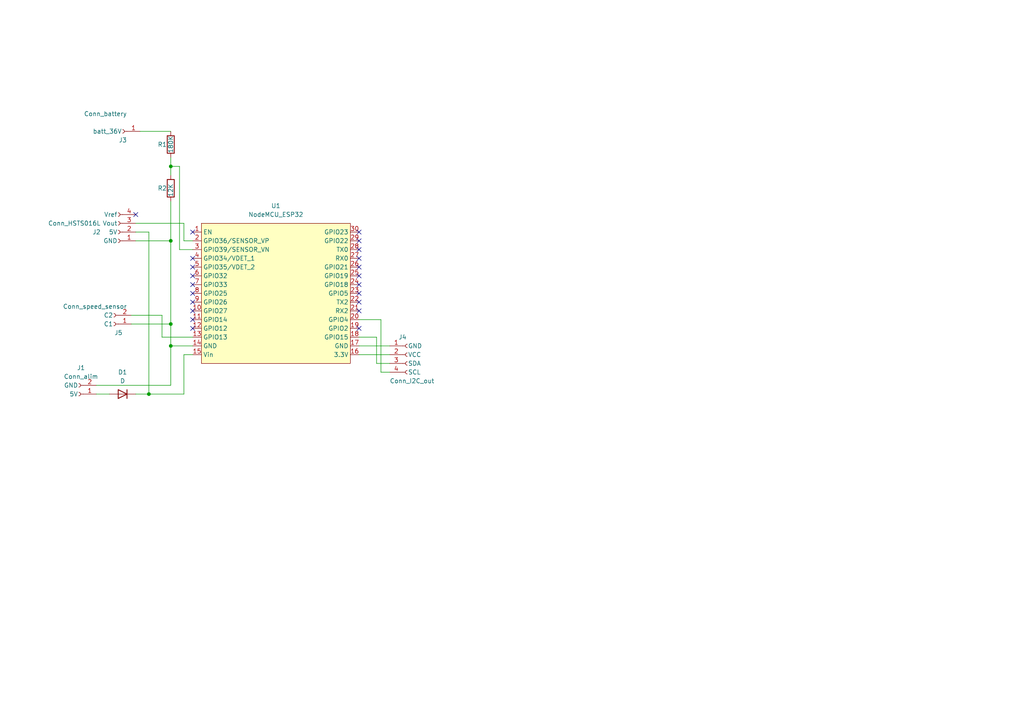
<source format=kicad_sch>
(kicad_sch (version 20211123) (generator eeschema)
  (paper "A4")
  (lib_symbols
    (symbol "Device:D" (pin_numbers hide) (pin_names (offset 1.016) hide)
      (property "Reference" "D" (at 0 2.54 0))
      (property "Value" "D" (at 0 -2.54 0))
      (symbol "D_0_1"
        (polyline (pts (xy -1.27 1.27) (xy -1.27 -1.27)) (stroke (width 0.254)))
        (polyline (pts (xy 1.27 0) (xy -1.27 0)))
        (polyline (pts (xy 1.27 1.27) (xy 1.27 -1.27) (xy -1.27 0) (xy 1.27 1.27)) (stroke (width 0.254)))
      )
      (symbol "D_1_1"
        (pin passive line (at -3.81 0 0) (length 2.54) (name "K") (number "1"))
        (pin passive line (at 3.81 0 180) (length 2.54) (name "A") (number "2"))
      )
    )
    (symbol "Device:R" (pin_numbers hide) (pin_names (offset 0))
      (property "Reference" "R" (at 2.032 0 90))
      (property "Value" "R" (at 0 0 90))
      (symbol "R_0_1"
        (rectangle (start -1.016 -2.54) (end 1.016 2.54) (stroke (width 0.254)))
      )
      (symbol "R_1_1"
        (pin passive line (at 0 3.81 270) (length 1.27) (name "~") (number "1"))
        (pin passive line (at 0 -3.81 90) (length 1.27) (name "~") (number "2"))
      )
    )
    (symbol "vehicle-monitor:Conn_HSTS016L" (pin_names (offset 1.5))
      (property "Reference" "J" (at 0 5.08 0))
      (property "Value" "Conn_HSTS016L" (at 0 -7.62 0))
      (symbol "Conn_HSTS016L_1_1"
        (arc (start 0 -4.572) (mid -0.508 -5.08) (end 0 -5.588) (stroke (width 0.1524)))
        (arc (start 0 -2.032) (mid -0.508 -2.54) (end 0 -3.048) (stroke (width 0.1524)))
        (polyline (pts (xy -1.27 -5.08) (xy -0.508 -5.08)) (stroke (width 0.1524)))
        (polyline (pts (xy -1.27 -2.54) (xy -0.508 -2.54)) (stroke (width 0.1524)))
        (polyline (pts (xy -1.27 0) (xy -0.508 0)) (stroke (width 0.1524)))
        (polyline (pts (xy -1.27 2.54) (xy -0.508 2.54)) (stroke (width 0.1524)))
        (arc (start 0 0.508) (mid -0.508 0) (end 0 -0.508) (stroke (width 0.1524)))
        (arc (start 0 3.048) (mid -0.508 2.54) (end 0 2.032) (stroke (width 0.1524)))
        (pin power_in line (at -5.08 2.54 0) (length 3.81) (name "GND") (number "1"))
        (pin power_in line (at -5.08 0 0) (length 3.81) (name "5V") (number "2"))
        (pin output line (at -5.08 -2.54 0) (length 3.81) (name "Vout") (number "3"))
        (pin output line (at -5.08 -5.08 0) (length 3.81) (name "Vref") (number "4"))
      )
    )
    (symbol "vehicle-monitor:Conn_I2C_out" (pin_names (offset 1.5))
      (property "Reference" "J" (at 0 5.08 0))
      (property "Value" "Conn_I2C_out" (at 0 -7.62 0))
      (symbol "Conn_I2C_out_1_1"
        (arc (start 0 -4.572) (mid -0.508 -5.08) (end 0 -5.588) (stroke (width 0.1524)))
        (arc (start 0 -2.032) (mid -0.508 -2.54) (end 0 -3.048) (stroke (width 0.1524)))
        (polyline (pts (xy -1.27 -5.08) (xy -0.508 -5.08)) (stroke (width 0.1524)))
        (polyline (pts (xy -1.27 -2.54) (xy -0.508 -2.54)) (stroke (width 0.1524)))
        (polyline (pts (xy -1.27 0) (xy -0.508 0)) (stroke (width 0.1524)))
        (polyline (pts (xy -1.27 2.54) (xy -0.508 2.54)) (stroke (width 0.1524)))
        (arc (start 0 0.508) (mid -0.508 0) (end 0 -0.508) (stroke (width 0.1524)))
        (arc (start 0 3.048) (mid -0.508 2.54) (end 0 2.032) (stroke (width 0.1524)))
        (pin power_in line (at -5.08 2.54 0) (length 3.81) (name "GND") (number "1"))
        (pin power_in line (at -5.08 0 0) (length 3.81) (name "VCC") (number "2"))
        (pin bidirectional line (at -5.08 -2.54 0) (length 3.81) (name "SDA") (number "3"))
        (pin input line (at -5.08 -5.08 0) (length 3.81) (name "SCL") (number "4"))
      )
    )
    (symbol "vehicle-monitor:Conn_alim" (pin_names (offset 1.5))
      (property "Reference" "J" (at 0 2.54 0))
      (property "Value" "Conn_alim" (at 0 -5.08 0))
      (symbol "Conn_alim_1_1"
        (arc (start 0 -2.032) (mid -0.508 -2.54) (end 0 -3.048) (stroke (width 0.1524)))
        (polyline (pts (xy -1.27 -2.54) (xy -0.508 -2.54)) (stroke (width 0.1524)))
        (polyline (pts (xy -1.27 0) (xy -0.508 0)) (stroke (width 0.1524)))
        (arc (start 0 0.508) (mid -0.508 0) (end 0 -0.508) (stroke (width 0.1524)))
        (pin power_out line (at -5.08 0 0) (length 3.81) (name "5V") (number "1"))
        (pin power_out line (at -5.08 -2.54 0) (length 3.81) (name "GND") (number "2"))
      )
    )
    (symbol "vehicle-monitor:Conn_battery" (pin_names (offset 1.5))
      (property "Reference" "J" (at 0 2.54 0))
      (property "Value" "Conn_battery" (at 0 -5.08 0))
      (symbol "Conn_battery_1_1"
        (polyline (pts (xy -1.27 0) (xy -0.508 0)) (stroke (width 0.1524)))
        (arc (start 0 0.508) (mid -0.508 0) (end 0 -0.508) (stroke (width 0.1524)))
        (pin power_out line (at -5.08 0 0) (length 3.81) (name "batt_36V") (number "1"))
      )
    )
    (symbol "vehicle-monitor:Conn_speed_sensor" (pin_names (offset 1.5))
      (property "Reference" "J" (at 0 2.54 0))
      (property "Value" "Conn_speed_sensor" (at 0 -5.08 0))
      (symbol "Conn_speed_sensor_1_1"
        (arc (start 0 -2.032) (mid -0.508 -2.54) (end 0 -3.048) (stroke (width 0.1524)))
        (polyline (pts (xy -1.27 -2.54) (xy -0.508 -2.54)) (stroke (width 0.1524)))
        (polyline (pts (xy -1.27 0) (xy -0.508 0)) (stroke (width 0.1524)))
        (arc (start 0 0.508) (mid -0.508 0) (end 0 -0.508) (stroke (width 0.1524)))
        (pin passive line (at -5.08 0 0) (length 3.81) (name "C1") (number "1"))
        (pin passive line (at -5.08 -2.54 0) (length 3.81) (name "C2") (number "2"))
      )
    )
    (symbol "vehicle-monitor:NodeMCU_ESP32"
      (property "Reference" "U" (at -21.59 21.59 0))
      (property "Value" "NodeMCU_ESP32" (at 13.97 21.59 0))
      (symbol "NodeMCU_ESP32_0_1"
        (rectangle (start -21.59 20.32) (end 21.59 -20.32) (fill (type background)))
      )
      (symbol "NodeMCU_ESP32_1_1"
        (pin input line (at -24.13 17.78 0) (length 2.54) (name "EN") (number "1"))
        (pin bidirectional line (at -24.13 -5.08 0) (length 2.54) (name "GPIO27") (number "10"))
        (pin bidirectional line (at -24.13 -7.62 0) (length 2.54) (name "GPIO14") (number "11"))
        (pin bidirectional line (at -24.13 -10.16 0) (length 2.54) (name "GPIO12") (number "12"))
        (pin bidirectional line (at -24.13 -12.7 0) (length 2.54) (name "GPIO13") (number "13"))
        (pin power_in line (at -24.13 -15.24 0) (length 2.54) (name "GND") (number "14"))
        (pin power_in line (at -24.13 -17.78 0) (length 2.54) (name "Vin") (number "15"))
        (pin power_out line (at 24.13 -17.78 180) (length 2.54) (name "3.3V") (number "16"))
        (pin power_in line (at 24.13 -15.24 180) (length 2.54) (name "GND") (number "17"))
        (pin bidirectional line (at 24.13 -12.7 180) (length 2.54) (name "GPIO15") (number "18"))
        (pin bidirectional line (at 24.13 -10.16 180) (length 2.54) (name "GPIO2") (number "19"))
        (pin input line (at -24.13 15.24 0) (length 2.54) (name "GPIO36/SENSOR_VP") (number "2"))
        (pin bidirectional line (at 24.13 -7.62 180) (length 2.54) (name "GPIO4") (number "20"))
        (pin bidirectional line (at 24.13 -5.08 180) (length 2.54) (name "RX2") (number "21"))
        (pin bidirectional line (at 24.13 -2.54 180) (length 2.54) (name "TX2") (number "22"))
        (pin bidirectional line (at 24.13 0 180) (length 2.54) (name "GPIO5") (number "23"))
        (pin bidirectional line (at 24.13 2.54 180) (length 2.54) (name "GPIO18") (number "24"))
        (pin bidirectional line (at 24.13 5.08 180) (length 2.54) (name "GPIO19") (number "25"))
        (pin bidirectional line (at 24.13 7.62 180) (length 2.54) (name "GPIO21") (number "26"))
        (pin bidirectional line (at 24.13 10.16 180) (length 2.54) (name "RX0") (number "27"))
        (pin bidirectional line (at 24.13 12.7 180) (length 2.54) (name "TX0") (number "28"))
        (pin bidirectional line (at 24.13 15.24 180) (length 2.54) (name "GPIO22") (number "29"))
        (pin input line (at -24.13 12.7 0) (length 2.54) (name "GPIO39/SENSOR_VN") (number "3"))
        (pin bidirectional line (at 24.13 17.78 180) (length 2.54) (name "GPIO23") (number "30"))
        (pin input line (at -24.13 10.16 0) (length 2.54) (name "GPIO34/VDET_1") (number "4"))
        (pin input line (at -24.13 7.62 0) (length 2.54) (name "GPIO35/VDET_2") (number "5"))
        (pin bidirectional line (at -24.13 5.08 0) (length 2.54) (name "GPIO32") (number "6"))
        (pin bidirectional line (at -24.13 2.54 0) (length 2.54) (name "GPIO33") (number "7"))
        (pin bidirectional line (at -24.13 0 0) (length 2.54) (name "GPIO25") (number "8"))
        (pin bidirectional line (at -24.13 -2.54 0) (length 2.54) (name "GPIO26") (number "9"))
      )
    )
  )
  (junction (at 49.53 93.98))
  (junction (at 49.53 48.26))
  (junction (at 43.18 114.3))
  (junction (at 49.53 100.33))
  (junction (at 49.53 69.85))
  (no_connect (at 104.14 95.25))
  (no_connect (at 104.14 90.17))
  (no_connect (at 104.14 87.63))
  (no_connect (at 104.14 85.09))
  (no_connect (at 104.14 67.31))
  (no_connect (at 55.88 82.55))
  (no_connect (at 55.88 85.09))
  (no_connect (at 55.88 87.63))
  (no_connect (at 55.88 92.71))
  (no_connect (at 55.88 67.31))
  (no_connect (at 55.88 74.93))
  (no_connect (at 55.88 77.47))
  (no_connect (at 55.88 80.01))
  (no_connect (at 104.14 82.55))
  (no_connect (at 104.14 80.01))
  (no_connect (at 104.14 74.93))
  (no_connect (at 104.14 72.39))
  (no_connect (at 55.88 90.17))
  (no_connect (at 104.14 69.85))
  (no_connect (at 104.14 77.47))
  (no_connect (at 39.37 62.23))
  (no_connect (at 55.88 95.25))
  (wire (pts (xy 52.07 48.26) (xy 52.07 72.39)))
  (wire (pts (xy 27.94 111.76) (xy 49.53 111.76)))
  (wire (pts (xy 39.37 67.31) (xy 43.18 67.31)))
  (wire (pts (xy 110.49 107.95) (xy 113.03 107.95)))
  (wire (pts (xy 49.53 100.33) (xy 55.88 100.33)))
  (wire (pts (xy 38.1 93.98) (xy 49.53 93.98)))
  (wire (pts (xy 49.53 48.26) (xy 49.53 50.8)))
  (wire (pts (xy 53.34 102.87) (xy 53.34 114.3)))
  (wire (pts (xy 49.53 93.98) (xy 49.53 100.33)))
  (wire (pts (xy 43.18 114.3) (xy 53.34 114.3)))
  (wire (pts (xy 49.53 111.76) (xy 49.53 100.33)))
  (wire (pts (xy 109.22 97.79) (xy 109.22 105.41)))
  (wire (pts (xy 104.14 97.79) (xy 109.22 97.79)))
  (wire (pts (xy 49.53 69.85) (xy 49.53 93.98)))
  (wire (pts (xy 43.18 67.31) (xy 43.18 114.3)))
  (wire (pts (xy 109.22 105.41) (xy 113.03 105.41)))
  (wire (pts (xy 55.88 102.87) (xy 53.34 102.87)))
  (wire (pts (xy 49.53 45.72) (xy 49.53 48.26)))
  (wire (pts (xy 40.64 38.1) (xy 49.53 38.1)))
  (wire (pts (xy 55.88 97.79) (xy 46.99 97.79)))
  (wire (pts (xy 53.34 69.85) (xy 55.88 69.85)))
  (wire (pts (xy 104.14 92.71) (xy 110.49 92.71)))
  (wire (pts (xy 104.14 100.33) (xy 113.03 100.33)))
  (wire (pts (xy 27.94 114.3) (xy 31.75 114.3)))
  (wire (pts (xy 53.34 69.85) (xy 53.34 64.77)))
  (wire (pts (xy 39.37 69.85) (xy 49.53 69.85)))
  (wire (pts (xy 46.99 91.44) (xy 38.1 91.44)))
  (wire (pts (xy 55.88 72.39) (xy 52.07 72.39)))
  (wire (pts (xy 46.99 97.79) (xy 46.99 91.44)))
  (wire (pts (xy 39.37 64.77) (xy 53.34 64.77)))
  (wire (pts (xy 110.49 92.71) (xy 110.49 107.95)))
  (wire (pts (xy 49.53 48.26) (xy 52.07 48.26)))
  (wire (pts (xy 49.53 69.85) (xy 49.53 58.42)))
  (wire (pts (xy 39.37 114.3) (xy 43.18 114.3)))
  (wire (pts (xy 104.14 102.87) (xy 113.03 102.87)))
  (symbol (lib_id "vehicle-monitor:Conn_battery") (at 35.56 38.1 180) (unit 1)
    (property "Reference" "J3" (at 36.83 40.64 0) (effects (justify left)))
    (property "Value" "Conn_battery" (at 36.83 33.02 0) (effects (justify left)))
    (property "Footprint" "Connector_PinHeader_2.54mm:PinHeader_1x01_P2.54mm_Vertical" (effects hide))
  )
  (symbol (lib_id "vehicle-monitor:Conn_I2C_out") (at 118.11 102.87 0) (unit 1)
    (property "Reference" "J4" (at 115.57 97.79 0) (effects (justify left)))
    (property "Value" "Conn_I2C_out" (at 113.03 110.49 0) (effects (justify left)))
    (property "Footprint" "Connector_PinHeader_2.54mm:PinHeader_1x04_P2.54mm_Vertical" (effects hide))
  )
  (symbol (lib_id "vehicle-monitor:Conn_speed_sensor") (at 33.02 93.98 180) (unit 1)
    (property "Reference" "J5" (at 35.56 96.52 0) (effects (justify left)))
    (property "Value" "Conn_speed_sensor" (at 36.83 88.9 0) (effects (justify left)))
    (property "Footprint" "Connector_PinHeader_2.54mm:PinHeader_1x02_P2.54mm_Vertical" (effects hide))
  )
  (symbol (lib_id "Device:D") (at 35.56 114.3 180) (unit 1)
    (property "Reference" "D1" (at 35.56 107.95 0))
    (property "Value" "D" (at 35.56 110.49 0))
    (property "Footprint" "Diode_THT:D_A-405_P10.16mm_Horizontal" (effects hide))
  )
  (symbol (lib_id "Device:R") (at 49.53 54.61 0) (unit 1)
    (property "Reference" "R2" (at 45.72 54.61 0) (effects (justify left)))
    (property "Value" "12K" (at 49.53 57.15 90) (effects (justify left)))
    (property "Footprint" "Resistor_THT:R_Axial_DIN0207_L6.3mm_D2.5mm_P10.16mm_Horizontal" (effects hide))
  )
  (symbol (lib_id "vehicle-monitor:Conn_HSTS016L") (at 34.29 67.31 180) (unit 1)
    (property "Reference" "J2" (at 29.21 67.31 0) (effects (justify left)))
    (property "Value" "Conn_HSTS016L" (at 29.21 64.77 0) (effects (justify left)))
    (property "Footprint" "Connector_PinHeader_2.54mm:PinHeader_1x04_P2.54mm_Vertical" (effects hide))
  )
  (symbol (lib_id "vehicle-monitor:NodeMCU_ESP32") (at 80.01 85.09 0) (unit 1)
    (property "Reference" "U1" (at 80.01 59.69 0))
    (property "Value" "NodeMCU_ESP32" (at 80.01 62.23 0))
    (property "Footprint" "Node_mcu:NodeMCU_SBC" (effects hide))
  )
  (symbol (lib_id "Device:R") (at 49.53 41.91 0) (unit 1)
    (property "Reference" "R1" (at 45.72 41.91 0) (effects (justify left)))
    (property "Value" "180K" (at 49.53 44.45 90) (effects (justify left)))
    (property "Footprint" "Resistor_THT:R_Axial_DIN0207_L6.3mm_D2.5mm_P10.16mm_Horizontal" (effects hide))
  )
  (symbol (lib_id "vehicle-monitor:Conn_alim") (at 22.86 114.3 180) (unit 1)
    (property "Reference" "J1" (at 23.495 106.68 0))
    (property "Value" "Conn_alim" (at 23.495 109.22 0))
    (property "Footprint" "Connector_PinHeader_2.54mm:PinHeader_1x02_P2.54mm_Vertical" (effects hide))
  )
)
</source>
